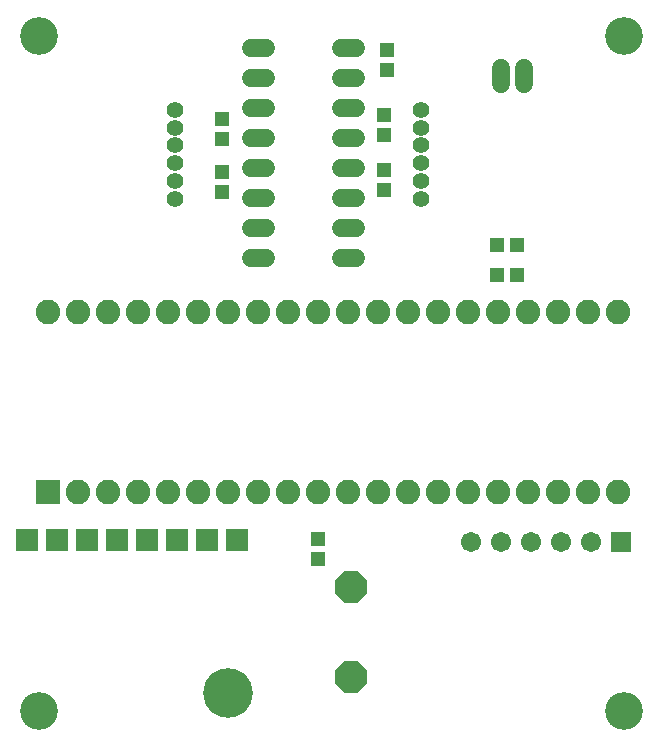
<source format=gbs>
G75*
%MOIN*%
%OFA0B0*%
%FSLAX25Y25*%
%IPPOS*%
%LPD*%
%AMOC8*
5,1,8,0,0,1.08239X$1,22.5*
%
%ADD10C,0.12611*%
%ADD11R,0.04737X0.05131*%
%ADD12C,0.06000*%
%ADD13C,0.05950*%
%ADD14R,0.05131X0.04737*%
%ADD15OC8,0.10800*%
%ADD16R,0.08200X0.08200*%
%ADD17C,0.08200*%
%ADD18C,0.06737*%
%ADD19R,0.06737X0.06737*%
%ADD20C,0.05556*%
%ADD21R,0.07800X0.07800*%
%ADD22C,0.16548*%
D10*
X0011300Y0096167D03*
X0011300Y0321167D03*
X0206300Y0321167D03*
X0206300Y0096167D03*
D11*
X0104300Y0146820D03*
X0104300Y0153513D03*
X0126300Y0269820D03*
X0126300Y0276513D03*
X0126300Y0288320D03*
X0126300Y0295013D03*
X0127300Y0309820D03*
X0127300Y0316513D03*
X0072300Y0293513D03*
X0072300Y0286820D03*
X0072300Y0276013D03*
X0072300Y0269320D03*
D12*
X0081700Y0267167D02*
X0086900Y0267167D01*
X0086900Y0277167D02*
X0081700Y0277167D01*
X0081700Y0287167D02*
X0086900Y0287167D01*
X0086900Y0297167D02*
X0081700Y0297167D01*
X0081700Y0307167D02*
X0086900Y0307167D01*
X0086900Y0317167D02*
X0081700Y0317167D01*
X0111700Y0317167D02*
X0116900Y0317167D01*
X0116900Y0307167D02*
X0111700Y0307167D01*
X0111700Y0297167D02*
X0116900Y0297167D01*
X0116900Y0287167D02*
X0111700Y0287167D01*
X0111700Y0277167D02*
X0116900Y0277167D01*
X0116900Y0267167D02*
X0111700Y0267167D01*
X0111700Y0257167D02*
X0116900Y0257167D01*
X0116900Y0247167D02*
X0111700Y0247167D01*
X0086900Y0247167D02*
X0081700Y0247167D01*
X0081700Y0257167D02*
X0086900Y0257167D01*
D13*
X0165068Y0305405D02*
X0165068Y0310554D01*
X0172942Y0310554D02*
X0172942Y0305405D01*
D14*
X0170646Y0251667D03*
X0163954Y0251667D03*
X0163954Y0241667D03*
X0170646Y0241667D03*
D15*
X0115300Y0137667D03*
X0115300Y0107667D03*
D16*
X0014300Y0169167D03*
D17*
X0024300Y0169167D03*
X0034300Y0169167D03*
X0044300Y0169167D03*
X0054300Y0169167D03*
X0064300Y0169167D03*
X0074300Y0169167D03*
X0084300Y0169167D03*
X0094300Y0169167D03*
X0104300Y0169167D03*
X0114300Y0169167D03*
X0124300Y0169167D03*
X0134300Y0169167D03*
X0144300Y0169167D03*
X0154300Y0169167D03*
X0164300Y0169167D03*
X0174300Y0169167D03*
X0184300Y0169167D03*
X0194300Y0169167D03*
X0204300Y0169167D03*
X0204300Y0229167D03*
X0194300Y0229167D03*
X0184300Y0229167D03*
X0174300Y0229167D03*
X0164300Y0229167D03*
X0154300Y0229167D03*
X0144300Y0229167D03*
X0134300Y0229167D03*
X0124300Y0229167D03*
X0114300Y0229167D03*
X0104300Y0229167D03*
X0094300Y0229167D03*
X0084300Y0229167D03*
X0074300Y0229167D03*
X0064300Y0229167D03*
X0054300Y0229167D03*
X0044300Y0229167D03*
X0034300Y0229167D03*
X0024300Y0229167D03*
X0014300Y0229167D03*
D18*
X0155300Y0152667D03*
X0165300Y0152667D03*
X0175300Y0152667D03*
X0185300Y0152667D03*
X0195300Y0152667D03*
D19*
X0205300Y0152667D03*
D20*
X0138418Y0267072D03*
X0138418Y0272978D03*
X0138418Y0278883D03*
X0138418Y0284789D03*
X0138418Y0290694D03*
X0138418Y0296600D03*
X0056418Y0296600D03*
X0056418Y0290694D03*
X0056418Y0284789D03*
X0056418Y0278883D03*
X0056418Y0272978D03*
X0056418Y0267072D03*
D21*
X0057300Y0153167D03*
X0067300Y0153167D03*
X0077300Y0153167D03*
X0047300Y0153167D03*
X0037300Y0153167D03*
X0027300Y0153167D03*
X0017300Y0153167D03*
X0007300Y0153167D03*
D22*
X0074229Y0102379D03*
M02*

</source>
